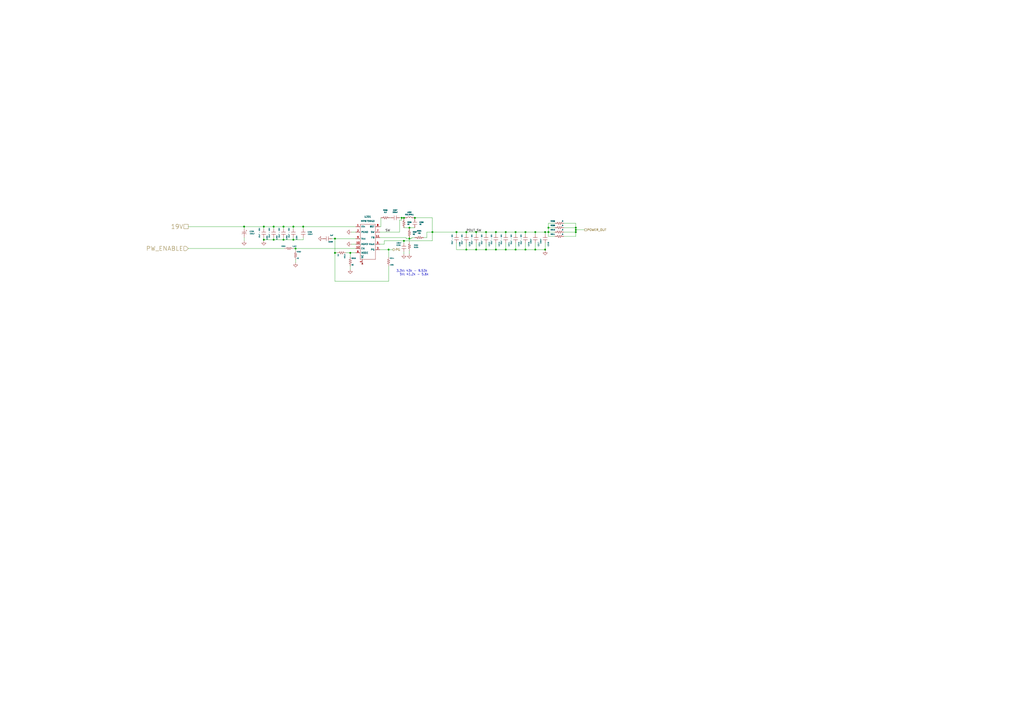
<source format=kicad_sch>
(kicad_sch (version 20211123) (generator eeschema)
  (paper "A2")
  (title_block (title "ElQueso StreamPlay") (date "2022-11-07") (rev "0.1") (company "ElQueso"))
  (lib_symbols
    (symbol "MPS_BUCK:MP8759GD"
      (property "Reference" "U" (at 0 11.43 0))
      (property "Value" "MP8759GD" (at 0 13.335 0))
      (property "Vendor" "MOUSER" (at 0 0 0))
      (property "SKU" "946-MP8759GD-Z" (at 0 0 0))
      (symbol "MP8759GD_0_1"
        (rectangle (start -4.445 9.525) (end 4.445 -10.795) (stroke (width 0.1524)))
      )
      (symbol "MP8759GD_1_1"
        (pin power_in line (at -6.985 8.255 0) (length 2.54) (name "Vin") (number "1"))
        (pin power_in line (at -6.985 -1.905 0) (length 2.54) (name "AGND") (number "10"))
        (pin input line (at 6.985 1.905 180) (length 2.54) (name "FB") (number "11"))
        (pin input line (at -6.985 -4.445 0) (length 2.54) (name "EN") (number "12"))
        (pin power_in line (at -6.985 5.08 0) (length 2.54) (name "PGND") (number "2"))
        (pin output line (at 6.985 -5.08 180) (length 2.54) (name "PG") (number "3"))
        (pin no_connect line (at -3.175 -13.335 90) (length 2.54) (name "NC") (number "4"))
        (pin input line (at 6.985 -1.905 180) (length 2.54) (name "Vout") (number "5"))
        (pin input line (at -6.985 -6.985 0) (length 2.54) (name "MODE") (number "6"))
        (pin output line (at 6.985 5.08 180) (length 2.54) (name "SW") (number "7"))
        (pin passive line (at 6.985 8.255 180) (length 2.54) (name "BST") (number "8"))
        (pin power_in line (at -6.985 1.27 0) (length 2.54) (name "Vcc") (number "9"))
      )
    )
    (symbol "passives:CAP_0603" (pin_numbers hide) (pin_names (offset 0) hide)
      (property "Reference" "C" (at 0 -2.54 0))
      (property "Value" "CAP_0603" (at 0 1.905 0))
      (symbol "CAP_0603_0_1"
        (polyline (pts (xy -1.27 0) (xy -0.635 0)))
        (polyline (pts (xy -0.635 -1.27) (xy -0.635 1.27)))
        (polyline (pts (xy 0.635 -1.27) (xy 0.635 -0.635)))
        (polyline (pts (xy 0.635 0.635) (xy 0.635 -0.635)))
        (polyline (pts (xy 0.635 1.27) (xy 0.635 0.635)))
        (polyline (pts (xy 1.27 0) (xy 0.635 0)))
      )
      (symbol "CAP_0603_1_1"
        (pin passive line (at -2.54 0 0) (length 1.27) (name "~") (number "1"))
        (pin passive line (at 2.54 0 180) (length 1.27) (name "~") (number "2"))
      )
    )
    (symbol "passives:CAP_0805" (pin_numbers hide) (pin_names (offset 0) hide)
      (property "Reference" "C" (at 0 -2.54 0))
      (property "Value" "CAP_0805" (at 0 1.905 0))
      (symbol "CAP_0805_0_1"
        (polyline (pts (xy -1.27 0) (xy -0.635 0)))
        (polyline (pts (xy -0.635 -1.27) (xy -0.635 1.27)))
        (polyline (pts (xy 0.635 -1.27) (xy 0.635 -0.635)))
        (polyline (pts (xy 0.635 0.635) (xy 0.635 -0.635)))
        (polyline (pts (xy 0.635 1.27) (xy 0.635 0.635)))
        (polyline (pts (xy 1.27 0) (xy 0.635 0)))
      )
      (symbol "CAP_0805_1_1"
        (pin passive line (at -2.54 0 0) (length 1.27) (name "~") (number "1"))
        (pin passive line (at 2.54 0 180) (length 1.27) (name "~") (number "2"))
      )
    )
    (symbol "passives:CAP_1206" (pin_numbers hide) (pin_names (offset 0) hide)
      (property "Reference" "C" (at 0 -2.54 0))
      (property "Value" "CAP_1206" (at 0 1.905 0))
      (symbol "CAP_1206_0_1"
        (polyline (pts (xy -1.27 0) (xy -0.635 0)))
        (polyline (pts (xy -0.635 -1.27) (xy -0.635 1.27)))
        (polyline (pts (xy 0.635 -1.27) (xy 0.635 -0.635)))
        (polyline (pts (xy 0.635 0.635) (xy 0.635 -0.635)))
        (polyline (pts (xy 0.635 1.27) (xy 0.635 0.635)))
        (polyline (pts (xy 1.27 0) (xy 0.635 0)))
      )
      (symbol "CAP_1206_1_1"
        (pin passive line (at -2.54 0 0) (length 1.27) (name "~") (number "1"))
        (pin passive line (at 2.54 0 180) (length 1.27) (name "~") (number "2"))
      )
    )
    (symbol "passives:CAP_POL" (pin_numbers hide) (pin_names (offset 0) hide)
      (property "Reference" "C" (at 0 -2.54 0))
      (property "Value" "CAP_POL" (at 0 1.905 0))
      (symbol "CAP_POL_0_0"
        (text "+" (at 1.524 -1.27 0) (effects (font (size 0.635 0.635))))
      )
      (symbol "CAP_POL_0_1"
        (arc (start -0.508 -1.27) (mid 0.0181 0) (end -0.508 1.27))
        (polyline (pts (xy -1.27 0) (xy -0.635 0)))
        (polyline (pts (xy -0.762 0) (xy 0 0)))
        (polyline (pts (xy 0.635 -1.27) (xy 0.635 -0.635)))
        (polyline (pts (xy 0.635 0.635) (xy 0.635 -0.635)))
        (polyline (pts (xy 0.635 1.27) (xy 0.635 0.635)))
        (polyline (pts (xy 1.27 0) (xy 0.635 0)))
      )
      (symbol "CAP_POL_1_1"
        (pin passive line (at -2.54 0 0) (length 1.27) (name "~") (number "1"))
        (pin passive line (at 2.54 0 180) (length 1.27) (name "~") (number "2"))
      )
    )
    (symbol "passives:IND_SMALL" (pin_numbers hide) (pin_names (offset 0) hide)
      (property "Reference" "U" (at 0 0 0))
      (property "Value" "IND_SMALL" (at 0 0 0))
      (symbol "IND_SMALL_0_1"
        (arc (start 0 0) (mid -0.635 0.635) (end -1.27 0))
        (arc (start 1.27 0) (mid 0.635 0.635) (end 0 0))
      )
      (symbol "IND_SMALL_1_1"
        (pin passive line (at -2.54 0 0) (length 1.27) (name "~") (number "1"))
        (pin passive line (at 2.54 0 180) (length 1.27) (name "~") (number "2"))
      )
    )
    (symbol "passives:RES_0402" (pin_numbers hide) (pin_names (offset 0) hide)
      (property "Reference" "R" (at 0 -2.54 0))
      (property "Value" "RES_0402" (at 0 1.27 0))
      (symbol "RES_0402_0_1"
        (polyline (pts (xy -1.27 0) (xy -1.016 0.762) (xy -0.508 -0.762) (xy 0 0.762) (xy 0.508 -0.762) (xy 1.016 0.762) (xy 1.27 0)))
      )
      (symbol "RES_0402_1_1"
        (pin passive line (at -2.54 0 0) (length 1.27) (name "1") (number "1"))
        (pin passive line (at 2.54 0 180) (length 1.27) (name "2") (number "2"))
      )
    )
    (symbol "passives:RES_0603" (pin_numbers hide) (pin_names (offset 0) hide)
      (property "Reference" "R" (at 0 -2.54 0))
      (property "Value" "RES_0603" (at 0 1.27 0))
      (symbol "RES_0603_0_1"
        (polyline (pts (xy -1.27 0) (xy -1.016 0.762) (xy -0.508 -0.762) (xy 0 0.762) (xy 0.508 -0.762) (xy 1.016 0.762) (xy 1.27 0)))
      )
      (symbol "RES_0603_1_1"
        (pin input line (at -2.54 0 0) (length 1.27) (name "1") (number "1"))
        (pin input line (at 2.54 0 180) (length 1.27) (name "2") (number "2"))
      )
    )
    (symbol "passives:RES_1206" (pin_numbers hide) (pin_names (offset 0) hide)
      (property "Reference" "R" (at 0 -2.54 0))
      (property "Value" "RES_1206" (at 0 1.27 0))
      (symbol "RES_1206_0_1"
        (polyline (pts (xy -1.27 0) (xy -1.016 0.762) (xy -0.508 -0.762) (xy 0 0.762) (xy 0.508 -0.762) (xy 1.016 0.762) (xy 1.27 0)))
      )
      (symbol "RES_1206_1_1"
        (pin input line (at -2.54 0 0) (length 1.27) (name "1") (number "1"))
        (pin input line (at 2.54 0 180) (length 1.27) (name "2") (number "2"))
      )
    )
    (symbol "power:GND" (power) (pin_names (offset 0))
      (property "Value" "GND" (at 0 -3.81 0))
      (symbol "GND_0_1"
        (polyline (pts (xy 0 0) (xy 0 -1.27) (xy 1.27 -1.27) (xy 0 -2.54) (xy -1.27 -1.27) (xy 0 -1.27)))
      )
      (symbol "GND_1_1"
        (pin power_in line (at 0 0 270) (length 0) hide (name "GND") (number "1"))
      )
    )
  )
  (junction (at 293.37 134.62))
  (junction (at 316.23 134.62))
  (junction (at 194.31 138.43))
  (junction (at 158.75 131.445))
  (junction (at 153.035 131.445))
  (junction (at 281.94 134.62))
  (junction (at 170.18 131.445))
  (junction (at 153.035 139.065))
  (junction (at 158.75 139.065))
  (junction (at 203.2 146.685))
  (junction (at 264.795 134.62))
  (junction (at 310.515 134.62))
  (junction (at 225.425 144.78))
  (junction (at 334.01 134.62))
  (junction (at 299.085 144.78))
  (junction (at 234.315 126.365))
  (junction (at 299.085 134.62))
  (junction (at 237.49 138.43))
  (junction (at 287.655 144.78))
  (junction (at 240.665 126.365))
  (junction (at 164.465 131.445))
  (junction (at 234.315 139.7))
  (junction (at 170.18 139.065))
  (junction (at 270.51 134.62))
  (junction (at 270.51 144.78))
  (junction (at 304.8 134.62))
  (junction (at 237.49 132.08))
  (junction (at 233.045 126.365))
  (junction (at 250.825 134.62))
  (junction (at 164.465 139.065))
  (junction (at 171.45 144.145))
  (junction (at 334.01 132.08))
  (junction (at 287.655 134.62))
  (junction (at 293.37 144.78))
  (junction (at 318.135 132.08))
  (junction (at 304.8 144.78))
  (junction (at 141.605 131.445))
  (junction (at 310.515 144.78))
  (junction (at 316.23 144.78))
  (junction (at 281.94 144.78))
  (junction (at 318.135 134.62))
  (junction (at 276.225 144.78))
  (junction (at 194.31 146.685))
  (junction (at 334.01 133.35))
  (junction (at 276.225 134.62))
  (junction (at 175.895 131.445))
  (wire (pts (xy 240.665 126.365) (xy 250.825 126.365)))
  (wire (pts (xy 250.825 126.365) (xy 250.825 134.62)))
  (wire (pts (xy 194.31 138.43) (xy 206.375 138.43)))
  (wire (pts (xy 175.895 137.795) (xy 175.895 139.065)))
  (wire (pts (xy 264.795 144.78) (xy 270.51 144.78)))
  (wire (pts (xy 327.025 132.08) (xy 334.01 132.08)))
  (wire (pts (xy 334.01 134.62) (xy 334.01 133.35)))
  (wire (pts (xy 287.655 144.78) (xy 293.37 144.78)))
  (wire (pts (xy 310.515 134.62) (xy 316.23 134.62)))
  (wire (pts (xy 164.465 131.445) (xy 164.465 132.715)))
  (wire (pts (xy 203.835 134.62) (xy 206.375 134.62)))
  (wire (pts (xy 240.03 126.365) (xy 240.665 126.365)))
  (wire (pts (xy 158.75 137.795) (xy 158.75 139.065)))
  (wire (pts (xy 276.225 134.62) (xy 281.94 134.62)))
  (wire (pts (xy 195.58 146.685) (xy 194.31 146.685)))
  (wire (pts (xy 293.37 144.78) (xy 299.085 144.78)))
  (wire (pts (xy 270.51 134.62) (xy 270.51 135.89)))
  (wire (pts (xy 264.795 134.62) (xy 270.51 134.62)))
  (wire (pts (xy 293.37 134.62) (xy 299.085 134.62)))
  (wire (pts (xy 281.94 134.62) (xy 287.655 134.62)))
  (wire (pts (xy 233.045 127.635) (xy 233.045 126.365)))
  (wire (pts (xy 231.775 126.365) (xy 233.045 126.365)))
  (wire (pts (xy 226.06 126.365) (xy 226.695 126.365)))
  (wire (pts (xy 316.23 135.89) (xy 316.23 134.62)))
  (wire (pts (xy 203.2 146.685) (xy 206.375 146.685)))
  (wire (pts (xy 240.665 126.365) (xy 240.665 127)))
  (wire (pts (xy 304.8 134.62) (xy 310.515 134.62)))
  (wire (pts (xy 327.025 134.62) (xy 334.01 134.62)))
  (wire (pts (xy 287.655 140.97) (xy 287.655 144.78)))
  (wire (pts (xy 164.465 139.065) (xy 170.18 139.065)))
  (wire (pts (xy 171.45 144.145) (xy 171.45 145.415)))
  (wire (pts (xy 158.75 131.445) (xy 164.465 131.445)))
  (wire (pts (xy 234.315 139.7) (xy 234.315 140.97)))
  (wire (pts (xy 316.23 134.62) (xy 318.135 134.62)))
  (wire (pts (xy 158.75 139.065) (xy 164.465 139.065)))
  (wire (pts (xy 175.895 131.445) (xy 175.895 132.715)))
  (wire (pts (xy 158.75 131.445) (xy 158.75 132.715)))
  (wire (pts (xy 220.345 137.795) (xy 235.585 137.795)))
  (wire (pts (xy 281.94 144.78) (xy 287.655 144.78)))
  (wire (pts (xy 276.225 140.97) (xy 276.225 144.78)))
  (wire (pts (xy 222.885 141.605) (xy 220.345 141.605)))
  (wire (pts (xy 270.51 144.78) (xy 276.225 144.78)))
  (wire (pts (xy 334.01 129.54) (xy 334.01 132.08)))
  (wire (pts (xy 194.31 138.43) (xy 194.31 146.685)))
  (wire (pts (xy 334.01 133.35) (xy 339.09 133.35)))
  (wire (pts (xy 237.49 138.43) (xy 237.49 140.335)))
  (wire (pts (xy 153.035 137.795) (xy 153.035 139.065)))
  (wire (pts (xy 318.135 129.54) (xy 318.135 132.08)))
  (wire (pts (xy 141.605 131.445) (xy 153.035 131.445)))
  (wire (pts (xy 203.835 141.605) (xy 206.375 141.605)))
  (wire (pts (xy 316.23 140.97) (xy 316.23 144.78)))
  (wire (pts (xy 270.51 134.62) (xy 276.225 134.62)))
  (wire (pts (xy 194.31 163.195) (xy 194.31 146.685)))
  (wire (pts (xy 304.8 140.97) (xy 304.8 144.78)))
  (wire (pts (xy 281.94 140.97) (xy 281.94 144.78)))
  (wire (pts (xy 141.605 131.445) (xy 141.605 132.715)))
  (wire (pts (xy 304.8 134.62) (xy 304.8 135.89)))
  (wire (pts (xy 299.085 140.97) (xy 299.085 144.78)))
  (wire (pts (xy 334.01 132.08) (xy 334.01 133.35)))
  (wire (pts (xy 225.425 144.78) (xy 225.425 149.225)))
  (wire (pts (xy 220.98 131.445) (xy 220.98 126.365)))
  (wire (pts (xy 250.825 139.7) (xy 234.315 139.7)))
  (wire (pts (xy 233.045 126.365) (xy 234.315 126.365)))
  (wire (pts (xy 327.025 137.16) (xy 334.01 137.16)))
  (wire (pts (xy 245.745 137.795) (xy 247.65 137.795)))
  (wire (pts (xy 153.035 131.445) (xy 158.75 131.445)))
  (wire (pts (xy 276.225 144.78) (xy 281.94 144.78)))
  (wire (pts (xy 192.405 138.43) (xy 194.31 138.43)))
  (wire (pts (xy 225.425 154.305) (xy 225.425 163.195)))
  (wire (pts (xy 316.23 144.78) (xy 316.23 145.415)))
  (wire (pts (xy 240.665 137.795) (xy 238.76 137.795)))
  (wire (pts (xy 293.37 140.97) (xy 293.37 144.78)))
  (wire (pts (xy 287.655 134.62) (xy 293.37 134.62)))
  (wire (pts (xy 153.035 139.065) (xy 153.035 139.7)))
  (wire (pts (xy 171.45 144.145) (xy 206.375 144.145)))
  (wire (pts (xy 225.425 144.78) (xy 227.965 144.78)))
  (wire (pts (xy 304.8 144.78) (xy 310.515 144.78)))
  (wire (pts (xy 237.49 138.43) (xy 235.585 138.43)))
  (wire (pts (xy 247.65 137.795) (xy 247.65 134.62)))
  (wire (pts (xy 237.49 145.415) (xy 237.49 147.32)))
  (wire (pts (xy 234.315 132.08) (xy 237.49 132.08)))
  (wire (pts (xy 153.035 139.065) (xy 158.75 139.065)))
  (wire (pts (xy 234.315 146.05) (xy 234.315 147.32)))
  (wire (pts (xy 293.37 134.62) (xy 293.37 135.89)))
  (wire (pts (xy 299.085 144.78) (xy 304.8 144.78)))
  (wire (pts (xy 250.825 134.62) (xy 250.825 139.7)))
  (wire (pts (xy 170.18 137.795) (xy 170.18 139.065)))
  (wire (pts (xy 287.655 134.62) (xy 287.655 135.89)))
  (wire (pts (xy 299.085 134.62) (xy 304.8 134.62)))
  (wire (pts (xy 276.225 134.62) (xy 276.225 135.89)))
  (wire (pts (xy 225.425 163.195) (xy 194.31 163.195)))
  (wire (pts (xy 234.315 139.7) (xy 222.885 139.7)))
  (wire (pts (xy 164.465 131.445) (xy 170.18 131.445)))
  (wire (pts (xy 237.49 132.08) (xy 240.665 132.08)))
  (wire (pts (xy 164.465 137.795) (xy 164.465 139.065)))
  (wire (pts (xy 247.65 134.62) (xy 250.825 134.62)))
  (wire (pts (xy 234.315 126.365) (xy 234.95 126.365)))
  (wire (pts (xy 270.51 140.97) (xy 270.51 144.78)))
  (wire (pts (xy 109.22 131.445) (xy 141.605 131.445)))
  (wire (pts (xy 321.945 129.54) (xy 318.135 129.54)))
  (wire (pts (xy 250.825 134.62) (xy 264.795 134.62)))
  (wire (pts (xy 222.885 139.7) (xy 222.885 141.605)))
  (wire (pts (xy 231.775 134.62) (xy 231.775 127.635)))
  (wire (pts (xy 237.49 137.795) (xy 237.49 138.43)))
  (wire (pts (xy 206.375 131.445) (xy 175.895 131.445)))
  (wire (pts (xy 318.135 137.16) (xy 318.135 134.62)))
  (wire (pts (xy 238.76 137.795) (xy 238.76 138.43)))
  (wire (pts (xy 310.515 134.62) (xy 310.515 135.89)))
  (wire (pts (xy 299.085 134.62) (xy 299.085 135.89)))
  (wire (pts (xy 264.795 134.62) (xy 264.795 135.89)))
  (wire (pts (xy 334.01 137.16) (xy 334.01 134.62)))
  (wire (pts (xy 234.315 126.365) (xy 234.315 127)))
  (wire (pts (xy 321.945 137.16) (xy 318.135 137.16)))
  (wire (pts (xy 170.18 131.445) (xy 170.18 132.715)))
  (wire (pts (xy 141.605 137.795) (xy 141.605 139.7)))
  (wire (pts (xy 310.515 144.78) (xy 316.23 144.78)))
  (wire (pts (xy 109.22 144.145) (xy 165.1 144.145)))
  (wire (pts (xy 170.18 144.145) (xy 171.45 144.145)))
  (wire (pts (xy 175.895 131.445) (xy 170.18 131.445)))
  (wire (pts (xy 200.66 146.685) (xy 203.2 146.685)))
  (wire (pts (xy 220.345 131.445) (xy 220.98 131.445)))
  (wire (pts (xy 220.345 144.78) (xy 225.425 144.78)))
  (wire (pts (xy 321.945 132.08) (xy 318.135 132.08)))
  (wire (pts (xy 171.45 150.495) (xy 171.45 152.4)))
  (wire (pts (xy 153.035 132.715) (xy 153.035 131.445)))
  (wire (pts (xy 281.94 134.62) (xy 281.94 135.89)))
  (wire (pts (xy 170.18 139.065) (xy 175.895 139.065)))
  (wire (pts (xy 220.345 134.62) (xy 231.775 134.62)))
  (wire (pts (xy 238.76 138.43) (xy 237.49 138.43)))
  (wire (pts (xy 203.2 154.305) (xy 203.2 156.21)))
  (wire (pts (xy 318.135 134.62) (xy 321.945 134.62)))
  (wire (pts (xy 231.775 127.635) (xy 233.045 127.635)))
  (wire (pts (xy 203.2 146.685) (xy 203.2 149.225)))
  (wire (pts (xy 327.025 129.54) (xy 334.01 129.54)))
  (wire (pts (xy 237.49 132.08) (xy 237.49 132.715)))
  (wire (pts (xy 235.585 138.43) (xy 235.585 137.795)))
  (wire (pts (xy 310.515 140.97) (xy 310.515 144.78)))
  (wire (pts (xy 318.135 132.08) (xy 318.135 134.62)))
  (wire (pts (xy 264.795 140.97) (xy 264.795 144.78)))
  (text "3.3V: 43k - 9.53k\n  5V: 41.2k - 5.6k" (at 229.87 160.02 0) (effects (font (size 1.27 1.27)) (justify left bottom)))
  (label "SW" (at 223.52 134.62 0))
  (label "POUT_SW" (at 270.51 134.62 0))
  (hierarchical_label "POWER_OUT" (shape passive) (at 339.09 133.35 0))
  (hierarchical_label "PG" (shape output) (at 227.965 144.78 0))
  (hierarchical_label "PW_ENABLE" (shape input) (at 109.22 144.145 180) (effects (font (size 2.54 2.54))))
  (hierarchical_label "19V" (shape passive) (at 109.22 131.445 180) (effects (font (size 2.54 2.54))))
  (symbol (lib_id "passives:RES_0603") (at 223.52 126.365 0) (unit 1)
    (property "Reference" "R205" (at 223.52 121.92 0) (effects (font (size 0.635 0.635))))
    (property "Value" "3.3" (at 223.52 123.19 0) (effects (font (size 0.635 0.635))))
    (property "Footprint" "SM0603" (effects hide))
  )
  (symbol (lib_id "power:GND") (at 141.605 139.7 0) (unit 1)
    (property "Reference" "#PWR0107" (effects hide))
    (property "Value" "GND" (effects hide))
  )
  (symbol (lib_id "passives:RES_0402") (at 198.12 146.685 0) (unit 1)
    (property "Reference" "R212" (at 200.025 147.32 90) (effects (font (size 0.635 0.635)) (justify right)))
    (property "Value" "NC" (at 196.215 147.32 90) (effects (font (size 0.635 0.635)) (justify right)))
    (property "Footprint" "SM0402" (effects hide))
  )
  (symbol (lib_id "passives:RES_1206") (at 324.485 137.16 0) (unit 1)
    (property "Reference" "R211" (at 320.675 135.89 0) (effects (font (size 0.635 0.635))))
    (property "Value" "0" (at 326.39 135.89 0) (effects (font (size 0.635 0.635))))
    (property "Footprint" "General_SMD:SM1206" (effects hide))
  )
  (symbol (lib_id "passives:CAP_0603") (at 310.515 138.43 90) (unit 1)
    (property "Reference" "C217" (at 312.42 140.335 0) (effects (font (size 0.635 0.635)) (justify right)))
    (property "Value" "100nF" (at 307.975 138.43 0) (effects (font (size 0.635 0.635)) (justify right)))
    (property "Footprint" "SM0603" (effects hide))
  )
  (symbol (lib_id "passives:CAP_0805") (at 264.795 138.43 90) (unit 1)
    (property "Reference" "C209" (at 266.7 140.335 0) (effects (font (size 0.635 0.635)) (justify right)))
    (property "Value" "10uF - 16V" (at 262.255 135.89 0) (effects (font (size 0.635 0.635)) (justify right)))
    (property "Footprint" "SM0805" (effects hide))
    (property "Vendor" "MOUSER" (effects hide))
    (property "SKU" "963-EMK212BJ106KG-T" (effects hide))
  )
  (symbol (lib_id "passives:CAP_1206") (at 158.75 135.255 90) (unit 1)
    (property "Reference" "C202" (at 160.655 136.525 0) (effects (font (size 0.635 0.635)) (justify right)))
    (property "Value" "10uF - 50V" (at 156.21 132.08 0) (effects (font (size 0.635 0.635)) (justify right)))
    (property "Footprint" "SM1206" (effects hide))
    (property "Vendor" "MOUSER" (effects hide))
    (property "SKU" " 187-CL31A106MBHNNNE " (effects hide))
  )
  (symbol (lib_id "passives:CAP_POL") (at 141.605 135.255 90) (unit 1)
    (property "Reference" "C205" (at 144.78 134.2766 90) (effects (font (size 0.635 0.635)) (justify right)))
    (property "Value" "100uF" (at 144.78 135.5466 90) (effects (font (size 0.635 0.635)) (justify right)))
    (property "Footprint" "Capacitor_THT:CP_Radial_D10.0mm_P5.00mm" (effects hide))
  )
  (symbol (lib_id "passives:CAP_0805") (at 270.51 138.43 90) (unit 1)
    (property "Reference" "C210" (at 272.415 140.335 0) (effects (font (size 0.635 0.635)) (justify right)))
    (property "Value" "10uF - 16V" (at 267.97 135.89 0) (effects (font (size 0.635 0.635)) (justify right)))
    (property "Footprint" "SM0805" (effects hide))
    (property "Vendor" "MOUSER" (effects hide))
    (property "SKU" "963-EMK212BJ106KG-T" (effects hide))
  )
  (symbol (lib_id "passives:RES_0603") (at 237.49 135.255 90) (unit 1)
    (property "Reference" "R207" (at 239.395 134.62 90) (effects (font (size 0.635 0.635)) (justify right)))
    (property "Value" "NC" (at 239.395 135.89 90) (effects (font (size 0.635 0.635)) (justify right)))
    (property "Footprint" "SM0603" (effects hide))
  )
  (symbol (lib_id "power:GND") (at 237.49 147.32 0) (unit 1)
    (property "Reference" "#PWR0106" (effects hide))
    (property "Value" "GND" (effects hide))
  )
  (symbol (lib_id "passives:CAP_1206") (at 164.465 135.255 90) (unit 1)
    (property "Reference" "C203" (at 166.37 136.525 0) (effects (font (size 0.635 0.635)) (justify right)))
    (property "Value" "10uF - 50V" (at 161.925 132.08 0) (effects (font (size 0.635 0.635)) (justify right)))
    (property "Footprint" "SM1206" (effects hide))
    (property "Vendor" "MOUSER" (effects hide))
    (property "SKU" " 187-CL31A106MBHNNNE " (effects hide))
  )
  (symbol (lib_id "passives:RES_0402") (at 167.64 144.145 0) (unit 1)
    (property "Reference" "R201" (at 164.465 142.875 0) (effects (font (size 0.635 0.635))))
    (property "Value" "1.5M" (at 170.815 142.875 0) (effects (font (size 0.635 0.635))))
    (property "Footprint" "SM0402" (effects hide))
  )
  (symbol (lib_id "MPS_BUCK:MP8759GD") (at 213.36 139.7 0) (unit 1)
    (property "Reference" "U201" (at 213.36 125.73 0) (effects (font (size 1 1))))
    (property "Value" "MP8759GD" (at 213.36 128.27 0) (effects (font (size 1 1))))
    (property "Footprint" "QFN:MP8759_QFN12" (effects hide))
    (property "Vendor" "MOUSER" (effects hide))
    (property "SKU" "946-MP8759GD-Z" (effects hide))
  )
  (symbol (lib_id "passives:RES_0402") (at 243.205 137.795 180) (unit 1)
    (property "Reference" "R204" (at 243.205 133.985 0) (effects (font (size 0.635 0.635))))
    (property "Value" "43k" (at 243.205 135.255 0) (effects (font (size 0.635 0.635))))
    (property "Footprint" "SM0402" (effects hide))
    (property "Vendor" "MOUSER" (effects hide))
    (property "SKU" "603-RC0402FR-0743KL" (effects hide))
  )
  (symbol (lib_id "passives:CAP_0805") (at 299.085 138.43 90) (unit 1)
    (property "Reference" "C215" (at 300.99 140.335 0) (effects (font (size 0.635 0.635)) (justify right)))
    (property "Value" "10uF - 16V" (at 296.545 135.89 0) (effects (font (size 0.635 0.635)) (justify right)))
    (property "Footprint" "SM0805" (effects hide))
    (property "Vendor" "MOUSER" (effects hide))
    (property "SKU" "963-EMK212BJ106KG-T" (effects hide))
  )
  (symbol (lib_id "power:GND") (at 187.325 138.43 270) (unit 1)
    (property "Reference" "#PWR0109" (effects hide))
    (property "Value" "GND" (effects hide))
  )
  (symbol (lib_id "power:GND") (at 234.315 147.32 0) (unit 1)
    (property "Reference" "#PWR0111" (effects hide))
    (property "Value" "GND" (effects hide))
  )
  (symbol (lib_id "passives:IND_SMALL") (at 237.49 126.365 0) (unit 1)
    (property "Reference" "U202" (at 237.49 123.19 0) (effects (font (size 0.635 0.635))))
    (property "Value" "IND_SMALL" (at 237.49 124.46 0) (effects (font (size 0.635 0.635))))
    (property "Footprint" "Wurth:WE-HCI_7x7x3.8mm" (effects hide))
  )
  (symbol (lib_id "passives:CAP_1206") (at 153.035 135.255 90) (unit 1)
    (property "Reference" "C201" (at 154.94 136.525 0) (effects (font (size 0.635 0.635)) (justify right)))
    (property "Value" "10uF - 50V" (at 150.495 132.08 0) (effects (font (size 0.635 0.635)) (justify right)))
    (property "Footprint" "SM1206" (effects hide))
    (property "Vendor" "MOUSER" (effects hide))
    (property "SKU" " 187-CL31A106MBHNNNE " (effects hide))
  )
  (symbol (lib_id "passives:CAP_0603") (at 240.665 129.54 90) (unit 1)
    (property "Reference" "C208" (at 243.205 128.905 90) (effects (font (size 0.635 0.635)) (justify right)))
    (property "Value" "NC" (at 243.205 130.175 90) (effects (font (size 0.635 0.635)) (justify right)))
    (property "Footprint" "SM0603" (effects hide))
  )
  (symbol (lib_id "passives:RES_0603") (at 234.315 129.54 90) (unit 1)
    (property "Reference" "R206" (at 236.22 128.905 90) (effects (font (size 0.635 0.635)) (justify right)))
    (property "Value" "NC" (at 236.22 130.175 90) (effects (font (size 0.635 0.635)) (justify right)))
    (property "Footprint" "SM0603" (effects hide))
  )
  (symbol (lib_id "passives:CAP_0805") (at 276.225 138.43 90) (unit 1)
    (property "Reference" "C211" (at 278.13 140.335 0) (effects (font (size 0.635 0.635)) (justify right)))
    (property "Value" "10uF - 16V" (at 273.685 135.89 0) (effects (font (size 0.635 0.635)) (justify right)))
    (property "Footprint" "SM0805" (effects hide))
    (property "Vendor" "MOUSER" (effects hide))
    (property "SKU" "963-EMK212BJ106KG-T" (effects hide))
  )
  (symbol (lib_id "passives:CAP_0603") (at 234.315 143.51 90) (unit 1)
    (property "Reference" "C220" (at 229.87 142.24 90) (effects (font (size 0.635 0.635)) (justify right)))
    (property "Value" "100nF" (at 229.87 140.97 90) (effects (font (size 0.635 0.635)) (justify right)))
    (property "Footprint" "SM0603" (effects hide))
  )
  (symbol (lib_id "passives:CAP_0603") (at 229.235 126.365 0) (unit 1)
    (property "Reference" "C207" (at 229.235 121.92 0) (effects (font (size 0.635 0.635))))
    (property "Value" "220nF" (at 229.235 123.19 0) (effects (font (size 0.635 0.635))))
    (property "Footprint" "SM0603" (effects hide))
  )
  (symbol (lib_id "passives:CAP_1206") (at 170.18 135.255 90) (unit 1)
    (property "Reference" "C204" (at 172.085 136.525 0) (effects (font (size 0.635 0.635)) (justify right)))
    (property "Value" "10uF - 50V" (at 167.64 132.08 0) (effects (font (size 0.635 0.635)) (justify right)))
    (property "Footprint" "SM1206" (effects hide))
    (property "Vendor" "MOUSER" (effects hide))
    (property "SKU" " 187-CL31A106MBHNNNE " (effects hide))
  )
  (symbol (lib_id "passives:CAP_0805") (at 287.655 138.43 90) (unit 1)
    (property "Reference" "C213" (at 289.56 140.335 0) (effects (font (size 0.635 0.635)) (justify right)))
    (property "Value" "10uF - 16V" (at 285.115 135.89 0) (effects (font (size 0.635 0.635)) (justify right)))
    (property "Footprint" "SM0805" (effects hide))
    (property "Vendor" "MOUSER" (effects hide))
    (property "SKU" "963-EMK212BJ106KG-T" (effects hide))
  )
  (symbol (lib_id "passives:RES_0402") (at 237.49 142.875 90) (unit 1)
    (property "Reference" "R203" (at 240.03 142.24 90) (effects (font (size 0.635 0.635)) (justify right)))
    (property "Value" "9.53k" (at 240.03 143.51 90) (effects (font (size 0.635 0.635)) (justify right)))
    (property "Footprint" "SM0402" (effects hide))
    (property "Vendor" "MOUSER" (effects hide))
    (property "SKU" "71-CRCW0402-9.53K " (effects hide))
  )
  (symbol (lib_id "passives:CAP_0603") (at 316.23 138.43 90) (unit 1)
    (property "Reference" "C218" (at 318.135 140.335 0) (effects (font (size 0.635 0.635)) (justify right)))
    (property "Value" "100nF" (at 313.69 138.43 0) (effects (font (size 0.635 0.635)) (justify right)))
    (property "Footprint" "SM0603" (effects hide))
  )
  (symbol (lib_id "passives:CAP_0805") (at 304.8 138.43 90) (unit 1)
    (property "Reference" "C216" (at 306.705 140.335 0) (effects (font (size 0.635 0.635)) (justify right)))
    (property "Value" "10uF - 16V" (at 302.26 135.89 0) (effects (font (size 0.635 0.635)) (justify right)))
    (property "Footprint" "SM0805" (effects hide))
    (property "Vendor" "MOUSER" (effects hide))
    (property "SKU" "963-EMK212BJ106KG-T" (effects hide))
  )
  (symbol (lib_id "passives:RES_1206") (at 324.485 132.08 0) (unit 1)
    (property "Reference" "R209" (at 320.675 130.81 0) (effects (font (size 0.635 0.635))))
    (property "Value" "0" (at 326.39 130.81 0) (effects (font (size 0.635 0.635))))
    (property "Footprint" "General_SMD:SM1206" (effects hide))
  )
  (symbol (lib_id "passives:RES_0402") (at 225.425 151.765 90) (unit 1)
    (property "Reference" "R214" (at 226.06 149.86 90) (effects (font (size 0.635 0.635)) (justify right)))
    (property "Value" "100k" (at 226.06 153.67 90) (effects (font (size 0.635 0.635)) (justify right)))
    (property "Footprint" "SM0402" (effects hide))
  )
  (symbol (lib_id "passives:CAP_0805") (at 293.37 138.43 90) (unit 1)
    (property "Reference" "C214" (at 295.275 140.335 0) (effects (font (size 0.635 0.635)) (justify right)))
    (property "Value" "10uF - 16V" (at 290.83 135.89 0) (effects (font (size 0.635 0.635)) (justify right)))
    (property "Footprint" "SM0805" (effects hide))
    (property "Vendor" "MOUSER" (effects hide))
    (property "SKU" "963-EMK212BJ106KG-T" (effects hide))
  )
  (symbol (lib_id "power:GND") (at 171.45 152.4 0) (unit 1)
    (property "Reference" "#PWR0103" (effects hide))
    (property "Value" "GND" (effects hide))
  )
  (symbol (lib_id "power:GND") (at 316.23 145.415 0) (unit 1)
    (property "Reference" "#PWR0108" (effects hide))
    (property "Value" "GND" (effects hide))
  )
  (symbol (lib_id "passives:CAP_0805") (at 281.94 138.43 90) (unit 1)
    (property "Reference" "C212" (at 283.845 140.335 0) (effects (font (size 0.635 0.635)) (justify right)))
    (property "Value" "10uF - 16V" (at 279.4 135.89 0) (effects (font (size 0.635 0.635)) (justify right)))
    (property "Footprint" "SM0805" (effects hide))
    (property "Vendor" "MOUSER" (effects hide))
    (property "SKU" "963-EMK212BJ106KG-T" (effects hide))
  )
  (symbol (lib_id "power:GND") (at 153.035 139.7 0) (unit 1)
    (property "Reference" "#PWR0102" (effects hide))
    (property "Value" "GND" (effects hide))
  )
  (symbol (lib_id "passives:CAP_0603") (at 175.895 135.255 90) (unit 1)
    (property "Reference" "C206" (at 178.435 134.62 90) (effects (font (size 0.635 0.635)) (justify right)))
    (property "Value" "100nF" (at 178.435 135.89 90) (effects (font (size 0.635 0.635)) (justify right)))
    (property "Footprint" "SM0603" (effects hide))
  )
  (symbol (lib_id "power:GND") (at 203.835 141.605 270) (unit 1)
    (property "Reference" "#PWR0105" (effects hide))
    (property "Value" "GND" (effects hide))
  )
  (symbol (lib_id "passives:RES_0402") (at 203.2 151.765 90) (unit 1)
    (property "Reference" "R213" (at 203.835 149.86 90) (effects (font (size 0.635 0.635)) (justify right)))
    (property "Value" "NC" (at 203.835 153.67 90) (effects (font (size 0.635 0.635)) (justify right)))
    (property "Footprint" "SM0402" (effects hide))
  )
  (symbol (lib_id "power:GND") (at 203.835 134.62 270) (unit 1)
    (property "Reference" "#PWR0104" (effects hide))
    (property "Value" "GND" (effects hide))
  )
  (symbol (lib_id "passives:RES_1206") (at 324.485 129.54 0) (unit 1)
    (property "Reference" "R208" (at 320.675 128.27 0) (effects (font (size 0.635 0.635))))
    (property "Value" "0" (at 326.39 128.27 0) (effects (font (size 0.635 0.635))))
    (property "Footprint" "General_SMD:SM1206" (effects hide))
  )
  (symbol (lib_id "passives:RES_0402") (at 171.45 147.955 90) (unit 1)
    (property "Reference" "R202" (at 172.085 146.05 90) (effects (font (size 0.635 0.635)) (justify right)))
    (property "Value" "NC" (at 172.085 149.86 90) (effects (font (size 0.635 0.635)) (justify right)))
    (property "Footprint" "SM0402" (effects hide))
  )
  (symbol (lib_id "passives:CAP_0603") (at 189.865 138.43 0) (unit 1)
    (property "Reference" "C219" (at 191.77 140.335 0) (effects (font (size 0.635 0.635))))
    (property "Value" "1uF" (at 192.405 136.525 0) (effects (font (size 0.635 0.635))))
    (property "Footprint" "SM0603" (effects hide))
  )
  (symbol (lib_id "power:GND") (at 203.2 156.21 0) (unit 1)
    (property "Reference" "#PWR0110" (effects hide))
    (property "Value" "GND" (effects hide))
  )
  (symbol (lib_id "passives:RES_1206") (at 324.485 134.62 0) (unit 1)
    (property "Reference" "R210" (at 320.675 133.35 0) (effects (font (size 0.635 0.635))))
    (property "Value" "0" (at 326.39 133.35 0) (effects (font (size 0.635 0.635))))
    (property "Footprint" "General_SMD:SM1206" (effects hide))
  )
)
</source>
